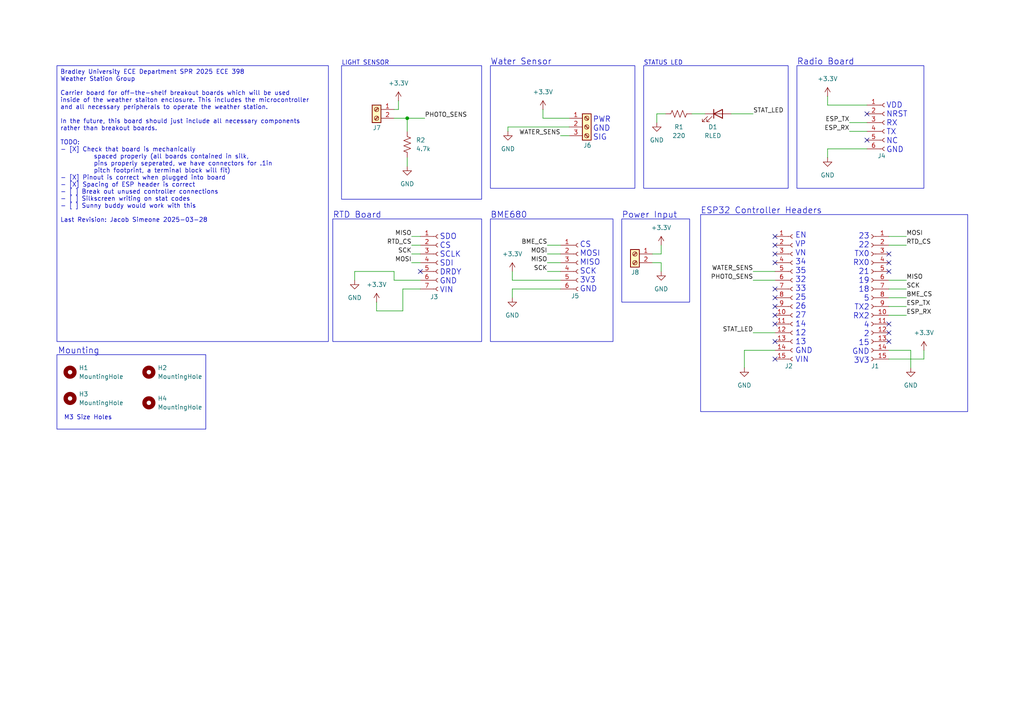
<source format=kicad_sch>
(kicad_sch (version 20250114) (generator "eeschema") (generator_version "9.0")
  (paper "A4")
  (title_block (title "BU-WS-CTRL-BRD") (rev "R00") (company "BU EE Department") (comment 1 "Author: Jacob Simeone"))
  (lib_symbols
    (symbol "Connector:Conn_01x06_Socket" (pin_names (offset 1.016) (hide yes))
      (property "Reference" "J" (at 0 7.62 0))
      (property "Value" "Conn_01x06_Socket" (at 0 -10.16 0))
      (symbol "Conn_01x06_Socket_1_1"
        (polyline (pts (xy -1.27 5.08) (xy -0.508 5.08)) (stroke (width 0.1524)))
        (polyline (pts (xy -1.27 2.54) (xy -0.508 2.54)) (stroke (width 0.1524)))
        (polyline (pts (xy -1.27 0) (xy -0.508 0)) (stroke (width 0.1524)))
        (polyline (pts (xy -1.27 -2.54) (xy -0.508 -2.54)) (stroke (width 0.1524)))
        (polyline (pts (xy -1.27 -5.08) (xy -0.508 -5.08)) (stroke (width 0.1524)))
        (polyline (pts (xy -1.27 -7.62) (xy -0.508 -7.62)) (stroke (width 0.1524)))
        (arc (start 0 4.572) (mid -0.5058 5.08) (end 0 5.588) (stroke (width 0.1524)))
        (arc (start 0 2.032) (mid -0.5058 2.54) (end 0 3.048) (stroke (width 0.1524)))
        (arc (start 0 -0.508) (mid -0.5058 0) (end 0 0.508) (stroke (width 0.1524)))
        (arc (start 0 -3.048) (mid -0.5058 -2.54) (end 0 -2.032) (stroke (width 0.1524)))
        (arc (start 0 -5.588) (mid -0.5058 -5.08) (end 0 -4.572) (stroke (width 0.1524)))
        (arc (start 0 -8.128) (mid -0.5058 -7.62) (end 0 -7.112) (stroke (width 0.1524)))
        (pin passive line (at -5.08 5.08 0) (length 3.81) (name "Pin_1") (number "1"))
        (pin passive line (at -5.08 2.54 0) (length 3.81) (name "Pin_2") (number "2"))
        (pin passive line (at -5.08 0 0) (length 3.81) (name "Pin_3") (number "3"))
        (pin passive line (at -5.08 -2.54 0) (length 3.81) (name "Pin_4") (number "4"))
        (pin passive line (at -5.08 -5.08 0) (length 3.81) (name "Pin_5") (number "5"))
        (pin passive line (at -5.08 -7.62 0) (length 3.81) (name "Pin_6") (number "6"))
      )
    )
    (symbol "Connector:Conn_01x07_Socket" (pin_names (offset 1.016) (hide yes))
      (property "Reference" "J" (at 0 10.16 0))
      (property "Value" "Conn_01x07_Socket" (at 0 -10.16 0))
      (symbol "Conn_01x07_Socket_1_1"
        (polyline (pts (xy -1.27 7.62) (xy -0.508 7.62)) (stroke (width 0.1524)))
        (polyline (pts (xy -1.27 5.08) (xy -0.508 5.08)) (stroke (width 0.1524)))
        (polyline (pts (xy -1.27 2.54) (xy -0.508 2.54)) (stroke (width 0.1524)))
        (polyline (pts (xy -1.27 0) (xy -0.508 0)) (stroke (width 0.1524)))
        (polyline (pts (xy -1.27 -2.54) (xy -0.508 -2.54)) (stroke (width 0.1524)))
        (polyline (pts (xy -1.27 -5.08) (xy -0.508 -5.08)) (stroke (width 0.1524)))
        (polyline (pts (xy -1.27 -7.62) (xy -0.508 -7.62)) (stroke (width 0.1524)))
        (arc (start 0 7.112) (mid -0.5058 7.62) (end 0 8.128) (stroke (width 0.1524)))
        (arc (start 0 4.572) (mid -0.5058 5.08) (end 0 5.588) (stroke (width 0.1524)))
        (arc (start 0 2.032) (mid -0.5058 2.54) (end 0 3.048) (stroke (width 0.1524)))
        (arc (start 0 -0.508) (mid -0.5058 0) (end 0 0.508) (stroke (width 0.1524)))
        (arc (start 0 -3.048) (mid -0.5058 -2.54) (end 0 -2.032) (stroke (width 0.1524)))
        (arc (start 0 -5.588) (mid -0.5058 -5.08) (end 0 -4.572) (stroke (width 0.1524)))
        (arc (start 0 -8.128) (mid -0.5058 -7.62) (end 0 -7.112) (stroke (width 0.1524)))
        (pin passive line (at -5.08 7.62 0) (length 3.81) (name "Pin_1") (number "1"))
        (pin passive line (at -5.08 5.08 0) (length 3.81) (name "Pin_2") (number "2"))
        (pin passive line (at -5.08 2.54 0) (length 3.81) (name "Pin_3") (number "3"))
        (pin passive line (at -5.08 0 0) (length 3.81) (name "Pin_4") (number "4"))
        (pin passive line (at -5.08 -2.54 0) (length 3.81) (name "Pin_5") (number "5"))
        (pin passive line (at -5.08 -5.08 0) (length 3.81) (name "Pin_6") (number "6"))
        (pin passive line (at -5.08 -7.62 0) (length 3.81) (name "Pin_7") (number "7"))
      )
    )
    (symbol "Connector:Conn_01x15_Socket" (pin_names (offset 1.016) (hide yes))
      (property "Reference" "J" (at 0 20.32 0))
      (property "Value" "Conn_01x15_Socket" (at 0 -20.32 0))
      (symbol "Conn_01x15_Socket_1_1"
        (polyline (pts (xy -1.27 17.78) (xy -0.508 17.78)) (stroke (width 0.1524)))
        (polyline (pts (xy -1.27 15.24) (xy -0.508 15.24)) (stroke (width 0.1524)))
        (polyline (pts (xy -1.27 12.7) (xy -0.508 12.7)) (stroke (width 0.1524)))
        (polyline (pts (xy -1.27 10.16) (xy -0.508 10.16)) (stroke (width 0.1524)))
        (polyline (pts (xy -1.27 7.62) (xy -0.508 7.62)) (stroke (width 0.1524)))
        (polyline (pts (xy -1.27 5.08) (xy -0.508 5.08)) (stroke (width 0.1524)))
        (polyline (pts (xy -1.27 2.54) (xy -0.508 2.54)) (stroke (width 0.1524)))
        (polyline (pts (xy -1.27 0) (xy -0.508 0)) (stroke (width 0.1524)))
        (polyline (pts (xy -1.27 -2.54) (xy -0.508 -2.54)) (stroke (width 0.1524)))
        (polyline (pts (xy -1.27 -5.08) (xy -0.508 -5.08)) (stroke (width 0.1524)))
        (polyline (pts (xy -1.27 -7.62) (xy -0.508 -7.62)) (stroke (width 0.1524)))
        (polyline (pts (xy -1.27 -10.16) (xy -0.508 -10.16)) (stroke (width 0.1524)))
        (polyline (pts (xy -1.27 -12.7) (xy -0.508 -12.7)) (stroke (width 0.1524)))
        (polyline (pts (xy -1.27 -15.24) (xy -0.508 -15.24)) (stroke (width 0.1524)))
        (polyline (pts (xy -1.27 -17.78) (xy -0.508 -17.78)) (stroke (width 0.1524)))
        (arc (start 0 17.272) (mid -0.5058 17.78) (end 0 18.288) (stroke (width 0.1524)))
        (arc (start 0 14.732) (mid -0.5058 15.24) (end 0 15.748) (stroke (width 0.1524)))
        (arc (start 0 12.192) (mid -0.5058 12.7) (end 0 13.208) (stroke (width 0.1524)))
        (arc (start 0 9.652) (mid -0.5058 10.16) (end 0 10.668) (stroke (width 0.1524)))
        (arc (start 0 7.112) (mid -0.5058 7.62) (end 0 8.128) (stroke (width 0.1524)))
        (arc (start 0 4.572) (mid -0.5058 5.08) (end 0 5.588) (stroke (width 0.1524)))
        (arc (start 0 2.032) (mid -0.5058 2.54) (end 0 3.048) (stroke (width 0.1524)))
        (arc (start 0 -0.508) (mid -0.5058 0) (end 0 0.508) (stroke (width 0.1524)))
        (arc (start 0 -3.048) (mid -0.5058 -2.54) (end 0 -2.032) (stroke (width 0.1524)))
        (arc (start 0 -5.588) (mid -0.5058 -5.08) (end 0 -4.572) (stroke (width 0.1524)))
        (arc (start 0 -8.128) (mid -0.5058 -7.62) (end 0 -7.112) (stroke (width 0.1524)))
        (arc (start 0 -10.668) (mid -0.5058 -10.16) (end 0 -9.652) (stroke (width 0.1524)))
        (arc (start 0 -13.208) (mid -0.5058 -12.7) (end 0 -12.192) (stroke (width 0.1524)))
        (arc (start 0 -15.748) (mid -0.5058 -15.24) (end 0 -14.732) (stroke (width 0.1524)))
        (arc (start 0 -18.288) (mid -0.5058 -17.78) (end 0 -17.272) (stroke (width 0.1524)))
        (pin passive line (at -5.08 17.78 0) (length 3.81) (name "Pin_1") (number "1"))
        (pin passive line (at -5.08 15.24 0) (length 3.81) (name "Pin_2") (number "2"))
        (pin passive line (at -5.08 12.7 0) (length 3.81) (name "Pin_3") (number "3"))
        (pin passive line (at -5.08 10.16 0) (length 3.81) (name "Pin_4") (number "4"))
        (pin passive line (at -5.08 7.62 0) (length 3.81) (name "Pin_5") (number "5"))
        (pin passive line (at -5.08 5.08 0) (length 3.81) (name "Pin_6") (number "6"))
        (pin passive line (at -5.08 2.54 0) (length 3.81) (name "Pin_7") (number "7"))
        (pin passive line (at -5.08 0 0) (length 3.81) (name "Pin_8") (number "8"))
        (pin passive line (at -5.08 -2.54 0) (length 3.81) (name "Pin_9") (number "9"))
        (pin passive line (at -5.08 -5.08 0) (length 3.81) (name "Pin_10") (number "10"))
        (pin passive line (at -5.08 -7.62 0) (length 3.81) (name "Pin_11") (number "11"))
        (pin passive line (at -5.08 -10.16 0) (length 3.81) (name "Pin_12") (number "12"))
        (pin passive line (at -5.08 -12.7 0) (length 3.81) (name "Pin_13") (number "13"))
        (pin passive line (at -5.08 -15.24 0) (length 3.81) (name "Pin_14") (number "14"))
        (pin passive line (at -5.08 -17.78 0) (length 3.81) (name "Pin_15") (number "15"))
      )
    )
    (symbol "Connector:Screw_Terminal_01x02" (pin_names (offset 1.016) (hide yes))
      (property "Reference" "J" (at 0 2.54 0))
      (property "Value" "Screw_Terminal_01x02" (at 0 -5.08 0))
      (symbol "Screw_Terminal_01x02_1_1"
        (rectangle (start -1.27 1.27) (end 1.27 -3.81) (stroke (width 0.254)) (fill (type background)))
        (polyline (pts (xy -0.5334 0.3302) (xy 0.3302 -0.508)) (stroke (width 0.1524)))
        (polyline (pts (xy -0.5334 -2.2098) (xy 0.3302 -3.048)) (stroke (width 0.1524)))
        (polyline (pts (xy -0.3556 0.508) (xy 0.508 -0.3302)) (stroke (width 0.1524)))
        (polyline (pts (xy -0.3556 -2.032) (xy 0.508 -2.8702)) (stroke (width 0.1524)))
        (circle (center 0 0) (radius 0.635) (stroke (width 0.1524)))
        (circle (center 0 -2.54) (radius 0.635) (stroke (width 0.1524)))
        (pin passive line (at -5.08 0 0) (length 3.81) (name "Pin_1") (number "1"))
        (pin passive line (at -5.08 -2.54 0) (length 3.81) (name "Pin_2") (number "2"))
      )
    )
    (symbol "Connector:Screw_Terminal_01x03" (pin_names (offset 1.016) (hide yes))
      (property "Reference" "J" (at 0 5.08 0))
      (property "Value" "Screw_Terminal_01x03" (at 0 -5.08 0))
      (symbol "Screw_Terminal_01x03_1_1"
        (rectangle (start -1.27 3.81) (end 1.27 -3.81) (stroke (width 0.254)) (fill (type background)))
        (polyline (pts (xy -0.5334 2.8702) (xy 0.3302 2.032)) (stroke (width 0.1524)))
        (polyline (pts (xy -0.5334 0.3302) (xy 0.3302 -0.508)) (stroke (width 0.1524)))
        (polyline (pts (xy -0.5334 -2.2098) (xy 0.3302 -3.048)) (stroke (width 0.1524)))
        (polyline (pts (xy -0.3556 3.048) (xy 0.508 2.2098)) (stroke (width 0.1524)))
        (polyline (pts (xy -0.3556 0.508) (xy 0.508 -0.3302)) (stroke (width 0.1524)))
        (polyline (pts (xy -0.3556 -2.032) (xy 0.508 -2.8702)) (stroke (width 0.1524)))
        (circle (center 0 2.54) (radius 0.635) (stroke (width 0.1524)))
        (circle (center 0 0) (radius 0.635) (stroke (width 0.1524)))
        (circle (center 0 -2.54) (radius 0.635) (stroke (width 0.1524)))
        (pin passive line (at -5.08 2.54 0) (length 3.81) (name "Pin_1") (number "1"))
        (pin passive line (at -5.08 0 0) (length 3.81) (name "Pin_2") (number "2"))
        (pin passive line (at -5.08 -2.54 0) (length 3.81) (name "Pin_3") (number "3"))
      )
    )
    (symbol "Device:LED" (pin_numbers (hide yes)) (pin_names (offset 1.016) (hide yes))
      (property "Reference" "D" (at 0 2.54 0))
      (property "Value" "LED" (at 0 -2.54 0))
      (symbol "LED_0_1"
        (polyline (pts (xy -3.048 -0.762) (xy -4.572 -2.286) (xy -3.81 -2.286) (xy -4.572 -2.286) (xy -4.572 -1.524)))
        (polyline (pts (xy -1.778 -0.762) (xy -3.302 -2.286) (xy -2.54 -2.286) (xy -3.302 -2.286) (xy -3.302 -1.524)))
        (polyline (pts (xy -1.27 0) (xy 1.27 0)))
        (polyline (pts (xy -1.27 -1.27) (xy -1.27 1.27)) (stroke (width 0.254)))
        (polyline (pts (xy 1.27 -1.27) (xy 1.27 1.27) (xy -1.27 0) (xy 1.27 -1.27)) (stroke (width 0.254)))
      )
      (symbol "LED_1_1"
        (pin passive line (at -3.81 0 0) (length 2.54) (name "K") (number "1"))
        (pin passive line (at 3.81 0 180) (length 2.54) (name "A") (number "2"))
      )
    )
    (symbol "Device:R_US" (pin_numbers (hide yes)) (pin_names (offset 0))
      (property "Reference" "R" (at 2.54 0 90))
      (property "Value" "R_US" (at -2.54 0 90))
      (symbol "R_US_0_1"
        (polyline (pts (xy 0 2.286) (xy 0 2.54)))
        (polyline (pts (xy 0 2.286) (xy 1.016 1.905) (xy 0 1.524) (xy -1.016 1.143) (xy 0 0.762)))
        (polyline (pts (xy 0 0.762) (xy 1.016 0.381) (xy 0 0) (xy -1.016 -0.381) (xy 0 -0.762)))
        (polyline (pts (xy 0 -0.762) (xy 1.016 -1.143) (xy 0 -1.524) (xy -1.016 -1.905) (xy 0 -2.286)))
        (polyline (pts (xy 0 -2.286) (xy 0 -2.54)))
      )
      (symbol "R_US_1_1"
        (pin passive line (at 0 3.81 270) (length 1.27) (name "~") (number "1"))
        (pin passive line (at 0 -3.81 90) (length 1.27) (name "~") (number "2"))
      )
    )
    (symbol "Mechanical:MountingHole" (pin_names (offset 1.016)) (exclude_from_sim yes) (in_bom no)
      (property "Reference" "H" (at 0 5.08 0))
      (property "Value" "MountingHole" (at 0 3.175 0))
      (symbol "MountingHole_0_1"
        (circle (center 0 0) (radius 1.27) (stroke (width 1.27)))
      )
    )
    (symbol "power:+3.3V" (power) (pin_numbers (hide yes)) (pin_names (offset 0) (hide yes))
      (property "Value" "+3.3V" (at 0 3.556 0))
      (symbol "+3.3V_0_1"
        (polyline (pts (xy -0.762 1.27) (xy 0 2.54)))
        (polyline (pts (xy 0 2.54) (xy 0.762 1.27)))
        (polyline (pts (xy 0 0) (xy 0 2.54)))
      )
      (symbol "+3.3V_1_1"
        (pin power_in line (at 0 0 90) (length 0) (name "~") (number "1"))
      )
    )
    (symbol "power:GND" (power) (pin_numbers (hide yes)) (pin_names (offset 0) (hide yes))
      (property "Value" "GND" (at 0 -3.81 0))
      (symbol "GND_0_1"
        (polyline (pts (xy 0 0) (xy 0 -1.27) (xy 1.27 -1.27) (xy 0 -2.54) (xy -1.27 -1.27) (xy 0 -1.27)))
      )
      (symbol "GND_1_1"
        (pin power_in line (at 0 0 270) (length 0) (name "~") (number "1"))
      )
    )
  )
  (rectangle (start 180.34 63.5) (end 200.025 87.63))
  (rectangle (start 142.24 63.5) (end 177.8 99.06))
  (rectangle (start 142.24 19.05) (end 184.15 54.61))
  (rectangle (start 186.69 19.05) (end 228.6 54.61))
  (rectangle (start 203.2 62.23) (end 280.67 119.38))
  (rectangle (start 231.14 19.05) (end 267.97 54.61))
  (rectangle (start 99.06 19.05) (end 139.7 57.785))
  (rectangle (start 16.51 102.87) (end 59.69 124.46))
  (rectangle (start 96.52 63.5) (end 139.7 99.06))
  (text "Radio Board" (at 231.14 19.05 0) (effects (font (size 1.778 1.778)) (justify left bottom)))
  (text "CS\nMOSI\nMISO\nSCK\n3V3\nGND" (at 168.148 77.47 0) (effects (font (size 1.6002 1.6002)) (justify left)))
  (text "PWR\nGND\nSIG" (at 171.958 37.338 0) (effects (font (size 1.6002 1.6002)) (justify left)))
  (text "SDO\nCS\nSCLK\nSDI\nDRDY\nGND\nVIN" (at 127.508 76.454 0) (effects (font (size 1.6002 1.6002)) (justify left)))
  (text "M3 Size Holes" (at 18.542 121.92 0) (effects (font (size 1.27 1.27)) (justify left bottom)))
  (text "RTD Board" (at 96.52 63.5 0) (effects (font (size 1.778 1.778)) (justify left bottom)))
  (text "Mounting" (at 16.764 102.87 0) (effects (font (size 1.778 1.778)) (justify left bottom)))
  (text "STATUS LED" (at 186.69 19.05 0) (effects (font (size 1.27 1.27)) (justify left bottom)))
  (text "VDD\nNRST\nRX\nTX\nNC\nGND" (at 257.048 37.084 0) (effects (font (size 1.6002 1.6002)) (justify left)))
  (text "23\n22\nTX0\nRX0\n21\n19\n18\n5\nTX2\nRX2\n4\n2\n15\nGND\n3V3" (at 252.222 86.614 0) (effects (font (size 1.6002 1.6002)) (justify right)))
  (text "BME680" (at 142.24 63.5 0) (effects (font (size 1.778 1.778)) (justify left bottom)))
  (text "EN\nVP\nVN\n34\n35\n32\n33\n25\n26\n27\n14\n12\n13\nGND\nVIN" (at 230.632 86.36 0) (effects (font (size 1.6002 1.6002)) (justify left)))
  (text "LIGHT SENSOR" (at 99.06 19.05 0) (effects (font (size 1.27 1.27)) (justify left bottom)))
  (text "Power Input" (at 180.34 63.5 0) (effects (font (size 1.778 1.778)) (justify left bottom)))
  (text "ESP32 Controller Headers" (at 203.2 62.23 0) (effects (font (size 1.778 1.778)) (justify left bottom)))
  (text "Water Sensor\n" (at 142.24 19.05 0) (effects (font (size 1.778 1.778)) (justify left bottom)))
  (text_box "Bradley University ECE Department SPR 2025 ECE 398\nWeather Station Group\n\nCarrier board for off-the-shelf breakout boards which will be used \ninside of the weather staiton enclosure. This includes the microcontroller\nand all necessary peripherals to operate the weather station.\n\nIn the future, this board should just include all necessary components\nrather than breakout boards. \n\nTODO: \n- [X] Check that board is mechanically\n          spaced properly (all boards contained in silk,\n          pins properly seperated, we have connectors for .1in\n          pitch footprint, a terminal block will fit)\n- [X] Pinout is correct when plugged into board\n- [X] Spacing of ESP header is correct\n- [ ] Break out unused controller connections\n- [ ] Silkscreen writing on stat codes\n- [ ] Sunny buddy would work with this\n\nLast Revision: Jacob Simeone 2025-03-28" (at 16.51 19.05 0) (size 78.74 80.01) (margins 0.9525 0.9525 0.9525 0.9525) (effects (font (size 1.27 1.27)) (justify left top)))
  (junction (at 118.11 34.29))
  (no_connect (at 224.79 73.66))
  (no_connect (at 121.92 78.74))
  (no_connect (at 224.79 83.82))
  (no_connect (at 251.46 33.02))
  (no_connect (at 257.81 99.06))
  (no_connect (at 257.81 93.98))
  (no_connect (at 224.79 76.2))
  (no_connect (at 224.79 86.36))
  (no_connect (at 224.79 91.44))
  (no_connect (at 224.79 99.06))
  (no_connect (at 224.79 93.98))
  (no_connect (at 257.81 73.66))
  (no_connect (at 224.79 68.58))
  (no_connect (at 224.79 104.14))
  (no_connect (at 224.79 88.9))
  (no_connect (at 257.81 76.2))
  (no_connect (at 224.79 71.12))
  (no_connect (at 257.81 78.74))
  (no_connect (at 251.46 40.64))
  (no_connect (at 257.81 96.52))
  (wire (pts (xy 148.59 81.28) (xy 148.59 78.74)))
  (wire (pts (xy 158.75 78.74) (xy 162.56 78.74)))
  (wire (pts (xy 251.46 30.48) (xy 240.03 30.48)))
  (wire (pts (xy 218.44 81.28) (xy 224.79 81.28)))
  (wire (pts (xy 215.9 101.6) (xy 215.9 106.68)))
  (wire (pts (xy 257.81 101.6) (xy 264.16 101.6)))
  (wire (pts (xy 114.3 31.75) (xy 115.57 31.75)))
  (wire (pts (xy 193.04 33.02) (xy 190.5 33.02)))
  (wire (pts (xy 257.81 91.44) (xy 262.89 91.44)))
  (wire (pts (xy 147.32 36.83) (xy 147.32 38.1)))
  (wire (pts (xy 257.81 71.12) (xy 262.89 71.12)))
  (wire (pts (xy 114.3 78.74) (xy 102.87 78.74)))
  (wire (pts (xy 267.97 104.14) (xy 267.97 101.6)))
  (wire (pts (xy 240.03 30.48) (xy 240.03 27.94)))
  (wire (pts (xy 189.23 73.66) (xy 191.77 73.66)))
  (wire (pts (xy 119.38 73.66) (xy 121.92 73.66)))
  (wire (pts (xy 257.81 88.9) (xy 262.89 88.9)))
  (wire (pts (xy 102.87 78.74) (xy 102.87 81.28)))
  (wire (pts (xy 257.81 81.28) (xy 262.89 81.28)))
  (wire (pts (xy 218.44 96.52) (xy 224.79 96.52)))
  (wire (pts (xy 118.11 34.29) (xy 123.19 34.29)))
  (wire (pts (xy 158.75 76.2) (xy 162.56 76.2)))
  (wire (pts (xy 158.75 73.66) (xy 162.56 73.66)))
  (wire (pts (xy 189.23 76.2) (xy 191.77 76.2)))
  (wire (pts (xy 162.56 39.37) (xy 165.1 39.37)))
  (wire (pts (xy 119.38 68.58) (xy 121.92 68.58)))
  (wire (pts (xy 148.59 83.82) (xy 148.59 86.36)))
  (wire (pts (xy 218.44 78.74) (xy 224.79 78.74)))
  (wire (pts (xy 264.16 101.6) (xy 264.16 106.68)))
  (wire (pts (xy 121.92 81.28) (xy 114.3 81.28)))
  (wire (pts (xy 224.79 101.6) (xy 215.9 101.6)))
  (wire (pts (xy 157.48 34.29) (xy 157.48 31.75)))
  (wire (pts (xy 191.77 76.2) (xy 191.77 78.74)))
  (wire (pts (xy 109.22 90.17) (xy 109.22 87.63)))
  (wire (pts (xy 119.38 76.2) (xy 121.92 76.2)))
  (wire (pts (xy 200.66 33.02) (xy 204.47 33.02)))
  (wire (pts (xy 119.38 71.12) (xy 121.92 71.12)))
  (wire (pts (xy 246.38 38.1) (xy 251.46 38.1)))
  (wire (pts (xy 257.81 83.82) (xy 262.89 83.82)))
  (wire (pts (xy 162.56 83.82) (xy 148.59 83.82)))
  (wire (pts (xy 246.38 35.56) (xy 251.46 35.56)))
  (wire (pts (xy 118.11 38.1) (xy 118.11 34.29)))
  (wire (pts (xy 114.3 81.28) (xy 114.3 78.74)))
  (wire (pts (xy 257.81 86.36) (xy 262.89 86.36)))
  (wire (pts (xy 257.81 68.58) (xy 262.89 68.58)))
  (wire (pts (xy 190.5 33.02) (xy 190.5 35.56)))
  (wire (pts (xy 116.84 83.82) (xy 116.84 90.17)))
  (wire (pts (xy 118.11 45.72) (xy 118.11 48.26)))
  (wire (pts (xy 115.57 31.75) (xy 115.57 29.21)))
  (wire (pts (xy 240.03 43.18) (xy 240.03 45.72)))
  (wire (pts (xy 165.1 34.29) (xy 157.48 34.29)))
  (wire (pts (xy 191.77 73.66) (xy 191.77 71.12)))
  (wire (pts (xy 116.84 90.17) (xy 109.22 90.17)))
  (wire (pts (xy 257.81 104.14) (xy 267.97 104.14)))
  (wire (pts (xy 147.32 36.83) (xy 165.1 36.83)))
  (wire (pts (xy 212.09 33.02) (xy 218.44 33.02)))
  (wire (pts (xy 158.75 71.12) (xy 162.56 71.12)))
  (wire (pts (xy 121.92 83.82) (xy 116.84 83.82)))
  (wire (pts (xy 114.3 34.29) (xy 118.11 34.29)))
  (wire (pts (xy 162.56 81.28) (xy 148.59 81.28)))
  (wire (pts (xy 251.46 43.18) (xy 240.03 43.18)))
  (label "MOSI" (at 158.75 73.66 180))
  (label "STAT_LED" (at 218.44 96.52 180))
  (label "ESP_RX" (at 262.89 91.44 0))
  (label "MOSI" (at 119.38 76.2 180))
  (label "WATER_SENS" (at 162.56 39.37 180))
  (label "RTD_CS" (at 119.38 71.12 180))
  (label "MISO" (at 262.89 81.28 0))
  (label "MISO" (at 119.38 68.58 180))
  (label "SCK" (at 158.75 78.74 180))
  (label "ESP_RX" (at 246.38 38.1 180))
  (label "PHOTO_SENS" (at 123.19 34.29 0))
  (label "STAT_LED" (at 218.44 33.02 0))
  (label "ESP_TX" (at 246.38 35.56 180))
  (label "BME_CS" (at 158.75 71.12 180))
  (label "RTD_CS" (at 262.89 71.12 0))
  (label "PHOTO_SENS" (at 218.44 81.28 180))
  (label "MISO" (at 158.75 76.2 180))
  (label "MOSI" (at 262.89 68.58 0))
  (label "SCK" (at 119.38 73.66 180))
  (label "WATER_SENS" (at 218.44 78.74 180))
  (label "BME_CS" (at 262.89 86.36 0))
  (label "SCK" (at 262.89 83.82 0))
  (label "ESP_TX" (at 262.89 88.9 0))
  (symbol (lib_id "Mechanical:MountingHole") (at 43.18 116.84 0) (unit 1) (exclude_from_sim yes) (in_bom no)
    (property "Reference" "H4" (at 45.72 115.5699 0) (effects (justify left)))
    (property "Value" "MountingHole" (at 45.72 118.1099 0) (effects (justify left)))
    (property "Footprint" "MountingHole:MountingHole_3.2mm_M3" (effects (hide yes)))
    (property "Description" "Mounting Hole without connection" (effects (hide yes)))
  )
  (symbol (lib_id "Connector:Screw_Terminal_01x03") (at 170.18 36.83 0) (unit 1)
    (property "Reference" "J6" (at 169.164 42.164 0) (effects (justify left)))
    (property "Value" "Screw_Terminal_01x03" (effects (hide yes)))
    (property "Footprint" "Connector_PinHeader_2.54mm:PinHeader_1x03_P2.54mm_Vertical" (effects (hide yes)))
    (property "Description" "Generic screw terminal, single row, 01x03, script generated (kicad-library-utils/schlib/autogen/connector/)" (effects (hide yes)))
  )
  (symbol (lib_id "power:+3.3V") (at 109.22 87.63 0) (unit 1)
    (property "Reference" "#PWR03" (effects (hide yes)))
    (property "Value" "+3.3V" (at 109.22 82.55 0))
    (property "Description" "Power symbol creates a global label with name \"+3.3V\"" (effects (hide yes)))
  )
  (symbol (lib_id "Connector:Screw_Terminal_01x02") (at 109.22 31.75 0) (mirror y) (unit 1)
    (property "Reference" "J7" (at 110.49 37.084 0) (effects (justify left)))
    (property "Value" "Screw_Terminal_01x02" (effects (hide yes)))
    (property "Footprint" "Connector_PinHeader_2.54mm:PinHeader_1x02_P2.54mm_Vertical" (effects (hide yes)))
    (property "Description" "Generic screw terminal, single row, 01x02, script generated (kicad-library-utils/schlib/autogen/connector/)" (effects (hide yes)))
  )
  (symbol (lib_id "Connector:Conn_01x15_Socket") (at 229.87 86.36 0) (unit 1)
    (property "Reference" "J2" (at 227.584 106.172 0) (effects (justify left)))
    (property "Value" "Conn_01x15_Socket" (effects (hide yes)))
    (property "Footprint" "Connector_PinSocket_2.54mm:PinSocket_1x15_P2.54mm_Vertical" (effects (hide yes)))
    (property "Description" "Generic connector, single row, 01x15, script generated" (effects (hide yes)))
  )
  (symbol (lib_id "Connector:Screw_Terminal_01x02") (at 184.15 73.66 0) (mirror y) (unit 1)
    (property "Reference" "J8" (at 185.42 78.994 0) (effects (justify left)))
    (property "Value" "Screw_Terminal_01x02" (effects (hide yes)))
    (property "Footprint" "Connector_PinHeader_2.54mm:PinHeader_1x02_P2.54mm_Vertical" (effects (hide yes)))
    (property "Description" "Generic screw terminal, single row, 01x02, script generated (kicad-library-utils/schlib/autogen/connector/)" (effects (hide yes)))
  )
  (symbol (lib_id "power:GND") (at 190.5 35.56 0) (unit 1)
    (property "Reference" "#PWR01" (effects (hide yes)))
    (property "Value" "GND" (at 190.5 40.64 0))
    (property "Description" "Power symbol creates a global label with name \"GND\" , ground" (effects (hide yes)))
  )
  (symbol (lib_id "power:GND") (at 147.32 38.1 0) (unit 1)
    (property "Reference" "#PWR010" (effects (hide yes)))
    (property "Value" "GND" (at 147.32 43.18 0))
    (property "Description" "Power symbol creates a global label with name \"GND\" , ground" (effects (hide yes)))
  )
  (symbol (lib_id "Connector:Conn_01x15_Socket") (at 252.73 86.36 0) (mirror y) (unit 1)
    (property "Reference" "J1" (at 255.016 106.172 0) (effects (justify left)))
    (property "Value" "Conn_01x15_Socket" (effects (hide yes)))
    (property "Footprint" "Connector_PinSocket_2.54mm:PinSocket_1x15_P2.54mm_Vertical" (effects (hide yes)))
    (property "Description" "Generic connector, single row, 01x15, script generated" (effects (hide yes)))
  )
  (symbol (lib_id "power:GND") (at 215.9 106.68 0) (unit 1)
    (property "Reference" "#PWR07" (effects (hide yes)))
    (property "Value" "GND" (at 215.9 111.76 0))
    (property "Description" "Power symbol creates a global label with name \"GND\" , ground" (effects (hide yes)))
  )
  (symbol (lib_id "Connector:Conn_01x06_Socket") (at 167.64 76.2 0) (unit 1)
    (property "Reference" "J5" (at 165.608 85.852 0) (effects (justify left)))
    (property "Value" "Conn_01x06_Socket" (effects (hide yes)))
    (property "Footprint" "Connector_PinSocket_2.54mm:PinSocket_1x06_P2.54mm_Vertical" (effects (hide yes)))
    (property "Description" "Generic connector, single row, 01x06, script generated" (effects (hide yes)))
  )
  (symbol (lib_id "Device:R_US") (at 118.11 41.91 180) (unit 1)
    (property "Reference" "R2" (at 120.65 40.6399 0) (effects (justify right)))
    (property "Value" "4.7k" (at 120.65 43.1799 0) (effects (justify right)))
    (property "Footprint" "Resistor_THT:R_Axial_DIN0207_L6.3mm_D2.5mm_P10.16mm_Horizontal" (effects (hide yes)))
    (property "Description" "Resistor, US symbol" (effects (hide yes)))
  )
  (symbol (lib_id "power:GND") (at 240.03 45.72 0) (unit 1)
    (property "Reference" "#PWR011" (effects (hide yes)))
    (property "Value" "GND" (at 240.03 50.8 0))
    (property "Description" "Power symbol creates a global label with name \"GND\" , ground" (effects (hide yes)))
  )
  (symbol (lib_id "power:+3.3V") (at 148.59 78.74 0) (unit 1)
    (property "Reference" "#PWR04" (effects (hide yes)))
    (property "Value" "+3.3V" (at 148.59 73.66 0))
    (property "Description" "Power symbol creates a global label with name \"+3.3V\"" (effects (hide yes)))
  )
  (symbol (lib_id "power:+3.3V") (at 240.03 27.94 0) (unit 1)
    (property "Reference" "#PWR012" (effects (hide yes)))
    (property "Value" "+3.3V" (at 240.03 22.86 0))
    (property "Description" "Power symbol creates a global label with name \"+3.3V\"" (effects (hide yes)))
  )
  (symbol (lib_id "power:GND") (at 264.16 106.68 0) (unit 1)
    (property "Reference" "#PWR06" (effects (hide yes)))
    (property "Value" "GND" (at 264.16 111.76 0))
    (property "Description" "Power symbol creates a global label with name \"GND\" , ground" (effects (hide yes)))
  )
  (symbol (lib_id "power:+3.3V") (at 115.57 29.21 0) (unit 1)
    (property "Reference" "#PWR015" (effects (hide yes)))
    (property "Value" "+3.3V" (at 115.57 24.13 0))
    (property "Description" "Power symbol creates a global label with name \"+3.3V\"" (effects (hide yes)))
  )
  (symbol (lib_id "power:+3.3V") (at 157.48 31.75 0) (unit 1)
    (property "Reference" "#PWR09" (effects (hide yes)))
    (property "Value" "+3.3V" (at 157.48 26.67 0))
    (property "Description" "Power symbol creates a global label with name \"+3.3V\"" (effects (hide yes)))
  )
  (symbol (lib_id "Device:R_US") (at 196.85 33.02 90) (unit 1)
    (property "Reference" "R1" (at 196.9135 36.83 90))
    (property "Value" "220" (at 196.9135 39.37 90))
    (property "Footprint" "Resistor_THT:R_Axial_DIN0207_L6.3mm_D2.5mm_P10.16mm_Horizontal" (effects (hide yes)))
    (property "Description" "Resistor, US symbol" (effects (hide yes)))
  )
  (symbol (lib_id "power:+3.3V") (at 191.77 71.12 0) (unit 1)
    (property "Reference" "#PWR014" (effects (hide yes)))
    (property "Value" "+3.3V" (at 191.77 66.04 0))
    (property "Description" "Power symbol creates a global label with name \"+3.3V\"" (effects (hide yes)))
  )
  (symbol (lib_id "Mechanical:MountingHole") (at 20.32 107.95 0) (unit 1) (exclude_from_sim yes) (in_bom no)
    (property "Reference" "H1" (at 22.86 106.6799 0) (effects (justify left)))
    (property "Value" "MountingHole" (at 22.86 109.2199 0) (effects (justify left)))
    (property "Footprint" "MountingHole:MountingHole_3.2mm_M3" (effects (hide yes)))
    (property "Description" "Mounting Hole without connection" (effects (hide yes)))
  )
  (symbol (lib_id "Mechanical:MountingHole") (at 20.32 115.57 0) (unit 1) (exclude_from_sim yes) (in_bom no)
    (property "Reference" "H3" (at 22.86 114.2999 0) (effects (justify left)))
    (property "Value" "MountingHole" (at 22.86 116.8399 0) (effects (justify left)))
    (property "Footprint" "MountingHole:MountingHole_3.2mm_M3" (effects (hide yes)))
    (property "Description" "Mounting Hole without connection" (effects (hide yes)))
  )
  (symbol (lib_id "Mechanical:MountingHole") (at 43.18 107.95 0) (unit 1) (exclude_from_sim yes) (in_bom no)
    (property "Reference" "H2" (at 45.72 106.6799 0) (effects (justify left)))
    (property "Value" "MountingHole" (at 45.72 109.2199 0) (effects (justify left)))
    (property "Footprint" "MountingHole:MountingHole_3.2mm_M3" (effects (hide yes)))
    (property "Description" "Mounting Hole without connection" (effects (hide yes)))
  )
  (symbol (lib_id "Device:LED") (at 208.28 33.02 0) (unit 1)
    (property "Reference" "D1" (at 206.756 36.83 0))
    (property "Value" "RLED" (at 206.756 39.37 0))
    (property "Footprint" "LED_THT:LED_D5.0mm" (effects (hide yes)))
    (property "Description" "Light emitting diode" (effects (hide yes)))
    (property "Sim.Pins" "1=K 2=A" (effects (hide yes)))
  )
  (symbol (lib_id "power:GND") (at 118.11 48.26 0) (unit 1)
    (property "Reference" "#PWR08" (effects (hide yes)))
    (property "Value" "GND" (at 118.11 53.34 0))
    (property "Description" "Power symbol creates a global label with name \"GND\" , ground" (effects (hide yes)))
  )
  (symbol (lib_id "Connector:Conn_01x07_Socket") (at 127 76.2 0) (unit 1)
    (property "Reference" "J3" (at 124.714 86.106 0) (effects (justify left)))
    (property "Value" "Conn_01x07_Socket" (effects (hide yes)))
    (property "Footprint" "Connector_PinSocket_2.54mm:PinSocket_1x07_P2.54mm_Vertical" (effects (hide yes)))
    (property "Description" "Generic connector, single row, 01x07, script generated" (effects (hide yes)))
  )
  (symbol (lib_id "power:GND") (at 191.77 78.74 0) (unit 1)
    (property "Reference" "#PWR016" (effects (hide yes)))
    (property "Value" "GND" (at 191.77 83.82 0))
    (property "Description" "Power symbol creates a global label with name \"GND\" , ground" (effects (hide yes)))
  )
  (symbol (lib_id "power:GND") (at 102.87 81.28 0) (unit 1)
    (property "Reference" "#PWR02" (effects (hide yes)))
    (property "Value" "GND" (at 102.87 86.36 0))
    (property "Description" "Power symbol creates a global label with name \"GND\" , ground" (effects (hide yes)))
  )
  (symbol (lib_id "power:+3.3V") (at 267.97 101.6 0) (unit 1)
    (property "Reference" "#PWR013" (effects (hide yes)))
    (property "Value" "+3.3V" (at 267.97 96.52 0))
    (property "Description" "Power symbol creates a global label with name \"+3.3V\"" (effects (hide yes)))
  )
  (symbol (lib_id "Connector:Conn_01x06_Socket") (at 256.54 35.56 0) (unit 1)
    (property "Reference" "J4" (at 254.508 45.212 0) (effects (justify left)))
    (property "Value" "Conn_01x06_Socket" (effects (hide yes)))
    (property "Footprint" "Connector_PinSocket_2.54mm:PinSocket_1x06_P2.54mm_Vertical" (effects (hide yes)))
    (property "Description" "Generic connector, single row, 01x06, script generated" (effects (hide yes)))
  )
  (symbol (lib_id "power:GND") (at 148.59 86.36 0) (unit 1)
    (property "Reference" "#PWR05" (effects (hide yes)))
    (property "Value" "GND" (at 148.59 91.44 0))
    (property "Description" "Power symbol creates a global label with name \"GND\" , ground" (effects (hide yes)))
  )
)
</source>
